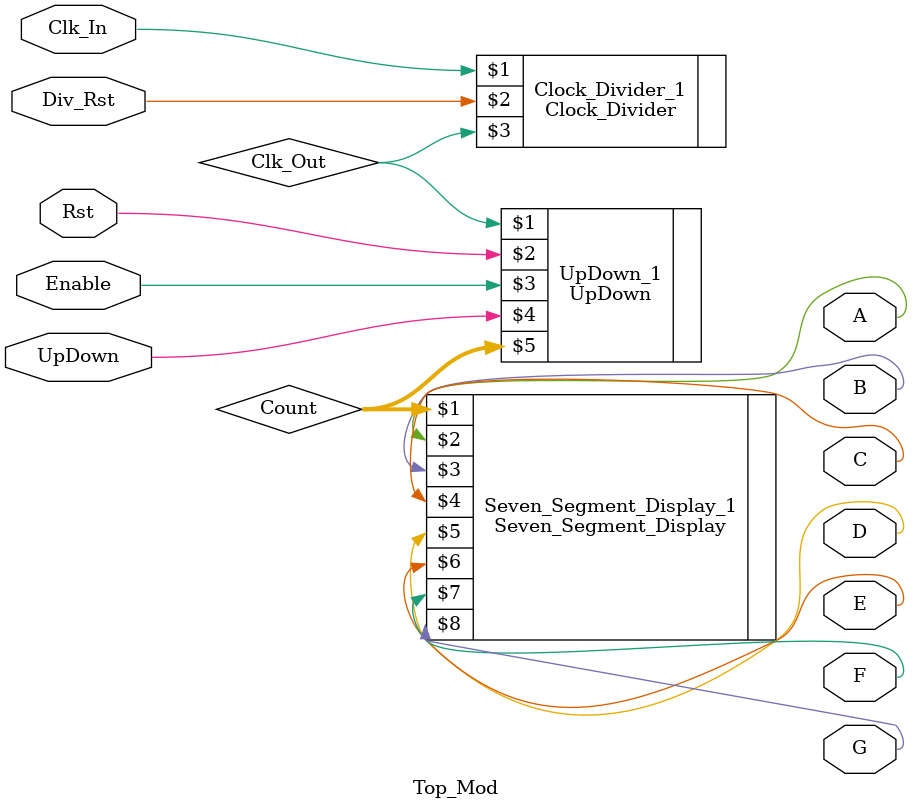
<source format=v>
`timescale 1ns / 1ps
`timescale 1ns / 1ps

module Top_Mod(Clk_In, Rst, Enable, UpDown, A, B, C, D, E, F, G, Div_Rst);
	input Clk_In, Rst, Enable, UpDown, Div_Rst;
	output A, B, C, D, E, F, G;
	
	wire Clk_Out;
	wire [3:0] Count;

	Clock_Divider Clock_Divider_1 (Clk_In, Div_Rst, Clk_Out);
	UpDown UpDown_1 (Clk_Out, Rst, Enable, UpDown, Count);
	Seven_Segment_Display Seven_Segment_Display_1 (Count, A, B, C, D, E, F, G);
endmodule

</source>
